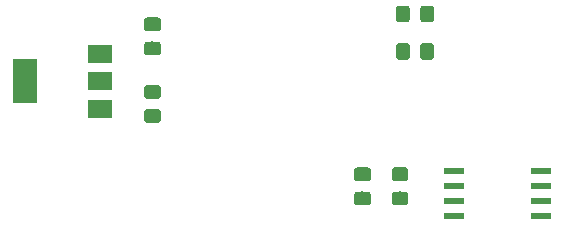
<source format=gbr>
G04 #@! TF.GenerationSoftware,KiCad,Pcbnew,(5.0.2)-1*
G04 #@! TF.CreationDate,2019-02-05T11:41:40+01:00*
G04 #@! TF.ProjectId,SensorPCB_V1.2,53656e73-6f72-4504-9342-5f56312e322e,rev?*
G04 #@! TF.SameCoordinates,Original*
G04 #@! TF.FileFunction,Paste,Top*
G04 #@! TF.FilePolarity,Positive*
%FSLAX46Y46*%
G04 Gerber Fmt 4.6, Leading zero omitted, Abs format (unit mm)*
G04 Created by KiCad (PCBNEW (5.0.2)-1) date 05/02/2019 11:41:40*
%MOMM*%
%LPD*%
G01*
G04 APERTURE LIST*
%ADD10C,0.100000*%
%ADD11C,1.150000*%
%ADD12R,1.750000X0.550000*%
%ADD13R,2.000000X3.800000*%
%ADD14R,2.000000X1.500000*%
G04 APERTURE END LIST*
D10*
G04 #@! TO.C,C2*
G36*
X27144505Y-31421204D02*
X27168773Y-31424804D01*
X27192572Y-31430765D01*
X27215671Y-31439030D01*
X27237850Y-31449520D01*
X27258893Y-31462132D01*
X27278599Y-31476747D01*
X27296777Y-31493223D01*
X27313253Y-31511401D01*
X27327868Y-31531107D01*
X27340480Y-31552150D01*
X27350970Y-31574329D01*
X27359235Y-31597428D01*
X27365196Y-31621227D01*
X27368796Y-31645495D01*
X27370000Y-31669999D01*
X27370000Y-32320001D01*
X27368796Y-32344505D01*
X27365196Y-32368773D01*
X27359235Y-32392572D01*
X27350970Y-32415671D01*
X27340480Y-32437850D01*
X27327868Y-32458893D01*
X27313253Y-32478599D01*
X27296777Y-32496777D01*
X27278599Y-32513253D01*
X27258893Y-32527868D01*
X27237850Y-32540480D01*
X27215671Y-32550970D01*
X27192572Y-32559235D01*
X27168773Y-32565196D01*
X27144505Y-32568796D01*
X27120001Y-32570000D01*
X26219999Y-32570000D01*
X26195495Y-32568796D01*
X26171227Y-32565196D01*
X26147428Y-32559235D01*
X26124329Y-32550970D01*
X26102150Y-32540480D01*
X26081107Y-32527868D01*
X26061401Y-32513253D01*
X26043223Y-32496777D01*
X26026747Y-32478599D01*
X26012132Y-32458893D01*
X25999520Y-32437850D01*
X25989030Y-32415671D01*
X25980765Y-32392572D01*
X25974804Y-32368773D01*
X25971204Y-32344505D01*
X25970000Y-32320001D01*
X25970000Y-31669999D01*
X25971204Y-31645495D01*
X25974804Y-31621227D01*
X25980765Y-31597428D01*
X25989030Y-31574329D01*
X25999520Y-31552150D01*
X26012132Y-31531107D01*
X26026747Y-31511401D01*
X26043223Y-31493223D01*
X26061401Y-31476747D01*
X26081107Y-31462132D01*
X26102150Y-31449520D01*
X26124329Y-31439030D01*
X26147428Y-31430765D01*
X26171227Y-31424804D01*
X26195495Y-31421204D01*
X26219999Y-31420000D01*
X27120001Y-31420000D01*
X27144505Y-31421204D01*
X27144505Y-31421204D01*
G37*
D11*
X26670000Y-31995000D03*
D10*
G36*
X27144505Y-33471204D02*
X27168773Y-33474804D01*
X27192572Y-33480765D01*
X27215671Y-33489030D01*
X27237850Y-33499520D01*
X27258893Y-33512132D01*
X27278599Y-33526747D01*
X27296777Y-33543223D01*
X27313253Y-33561401D01*
X27327868Y-33581107D01*
X27340480Y-33602150D01*
X27350970Y-33624329D01*
X27359235Y-33647428D01*
X27365196Y-33671227D01*
X27368796Y-33695495D01*
X27370000Y-33719999D01*
X27370000Y-34370001D01*
X27368796Y-34394505D01*
X27365196Y-34418773D01*
X27359235Y-34442572D01*
X27350970Y-34465671D01*
X27340480Y-34487850D01*
X27327868Y-34508893D01*
X27313253Y-34528599D01*
X27296777Y-34546777D01*
X27278599Y-34563253D01*
X27258893Y-34577868D01*
X27237850Y-34590480D01*
X27215671Y-34600970D01*
X27192572Y-34609235D01*
X27168773Y-34615196D01*
X27144505Y-34618796D01*
X27120001Y-34620000D01*
X26219999Y-34620000D01*
X26195495Y-34618796D01*
X26171227Y-34615196D01*
X26147428Y-34609235D01*
X26124329Y-34600970D01*
X26102150Y-34590480D01*
X26081107Y-34577868D01*
X26061401Y-34563253D01*
X26043223Y-34546777D01*
X26026747Y-34528599D01*
X26012132Y-34508893D01*
X25999520Y-34487850D01*
X25989030Y-34465671D01*
X25980765Y-34442572D01*
X25974804Y-34418773D01*
X25971204Y-34394505D01*
X25970000Y-34370001D01*
X25970000Y-33719999D01*
X25971204Y-33695495D01*
X25974804Y-33671227D01*
X25980765Y-33647428D01*
X25989030Y-33624329D01*
X25999520Y-33602150D01*
X26012132Y-33581107D01*
X26026747Y-33561401D01*
X26043223Y-33543223D01*
X26061401Y-33526747D01*
X26081107Y-33512132D01*
X26102150Y-33499520D01*
X26124329Y-33489030D01*
X26147428Y-33480765D01*
X26171227Y-33474804D01*
X26195495Y-33471204D01*
X26219999Y-33470000D01*
X27120001Y-33470000D01*
X27144505Y-33471204D01*
X27144505Y-33471204D01*
G37*
D11*
X26670000Y-34045000D03*
G04 #@! TD*
D12*
G04 #@! TO.C,U4*
X59580000Y-48260000D03*
X59580000Y-46990000D03*
X59580000Y-45720000D03*
X59580000Y-44450000D03*
X52180000Y-44450000D03*
X52180000Y-45720000D03*
X52180000Y-46990000D03*
X52180000Y-48260000D03*
G04 #@! TD*
D13*
G04 #@! TO.C,U3*
X15900000Y-36830000D03*
D14*
X22200000Y-36830000D03*
X22200000Y-34530000D03*
X22200000Y-39130000D03*
G04 #@! TD*
D10*
G04 #@! TO.C,R1*
G36*
X27144505Y-37136204D02*
X27168773Y-37139804D01*
X27192572Y-37145765D01*
X27215671Y-37154030D01*
X27237850Y-37164520D01*
X27258893Y-37177132D01*
X27278599Y-37191747D01*
X27296777Y-37208223D01*
X27313253Y-37226401D01*
X27327868Y-37246107D01*
X27340480Y-37267150D01*
X27350970Y-37289329D01*
X27359235Y-37312428D01*
X27365196Y-37336227D01*
X27368796Y-37360495D01*
X27370000Y-37384999D01*
X27370000Y-38035001D01*
X27368796Y-38059505D01*
X27365196Y-38083773D01*
X27359235Y-38107572D01*
X27350970Y-38130671D01*
X27340480Y-38152850D01*
X27327868Y-38173893D01*
X27313253Y-38193599D01*
X27296777Y-38211777D01*
X27278599Y-38228253D01*
X27258893Y-38242868D01*
X27237850Y-38255480D01*
X27215671Y-38265970D01*
X27192572Y-38274235D01*
X27168773Y-38280196D01*
X27144505Y-38283796D01*
X27120001Y-38285000D01*
X26219999Y-38285000D01*
X26195495Y-38283796D01*
X26171227Y-38280196D01*
X26147428Y-38274235D01*
X26124329Y-38265970D01*
X26102150Y-38255480D01*
X26081107Y-38242868D01*
X26061401Y-38228253D01*
X26043223Y-38211777D01*
X26026747Y-38193599D01*
X26012132Y-38173893D01*
X25999520Y-38152850D01*
X25989030Y-38130671D01*
X25980765Y-38107572D01*
X25974804Y-38083773D01*
X25971204Y-38059505D01*
X25970000Y-38035001D01*
X25970000Y-37384999D01*
X25971204Y-37360495D01*
X25974804Y-37336227D01*
X25980765Y-37312428D01*
X25989030Y-37289329D01*
X25999520Y-37267150D01*
X26012132Y-37246107D01*
X26026747Y-37226401D01*
X26043223Y-37208223D01*
X26061401Y-37191747D01*
X26081107Y-37177132D01*
X26102150Y-37164520D01*
X26124329Y-37154030D01*
X26147428Y-37145765D01*
X26171227Y-37139804D01*
X26195495Y-37136204D01*
X26219999Y-37135000D01*
X27120001Y-37135000D01*
X27144505Y-37136204D01*
X27144505Y-37136204D01*
G37*
D11*
X26670000Y-37710000D03*
D10*
G36*
X27144505Y-39186204D02*
X27168773Y-39189804D01*
X27192572Y-39195765D01*
X27215671Y-39204030D01*
X27237850Y-39214520D01*
X27258893Y-39227132D01*
X27278599Y-39241747D01*
X27296777Y-39258223D01*
X27313253Y-39276401D01*
X27327868Y-39296107D01*
X27340480Y-39317150D01*
X27350970Y-39339329D01*
X27359235Y-39362428D01*
X27365196Y-39386227D01*
X27368796Y-39410495D01*
X27370000Y-39434999D01*
X27370000Y-40085001D01*
X27368796Y-40109505D01*
X27365196Y-40133773D01*
X27359235Y-40157572D01*
X27350970Y-40180671D01*
X27340480Y-40202850D01*
X27327868Y-40223893D01*
X27313253Y-40243599D01*
X27296777Y-40261777D01*
X27278599Y-40278253D01*
X27258893Y-40292868D01*
X27237850Y-40305480D01*
X27215671Y-40315970D01*
X27192572Y-40324235D01*
X27168773Y-40330196D01*
X27144505Y-40333796D01*
X27120001Y-40335000D01*
X26219999Y-40335000D01*
X26195495Y-40333796D01*
X26171227Y-40330196D01*
X26147428Y-40324235D01*
X26124329Y-40315970D01*
X26102150Y-40305480D01*
X26081107Y-40292868D01*
X26061401Y-40278253D01*
X26043223Y-40261777D01*
X26026747Y-40243599D01*
X26012132Y-40223893D01*
X25999520Y-40202850D01*
X25989030Y-40180671D01*
X25980765Y-40157572D01*
X25974804Y-40133773D01*
X25971204Y-40109505D01*
X25970000Y-40085001D01*
X25970000Y-39434999D01*
X25971204Y-39410495D01*
X25974804Y-39386227D01*
X25980765Y-39362428D01*
X25989030Y-39339329D01*
X25999520Y-39317150D01*
X26012132Y-39296107D01*
X26026747Y-39276401D01*
X26043223Y-39258223D01*
X26061401Y-39241747D01*
X26081107Y-39227132D01*
X26102150Y-39214520D01*
X26124329Y-39204030D01*
X26147428Y-39195765D01*
X26171227Y-39189804D01*
X26195495Y-39186204D01*
X26219999Y-39185000D01*
X27120001Y-39185000D01*
X27144505Y-39186204D01*
X27144505Y-39186204D01*
G37*
D11*
X26670000Y-39760000D03*
G04 #@! TD*
D10*
G04 #@! TO.C,R2*
G36*
X48219505Y-33591204D02*
X48243773Y-33594804D01*
X48267572Y-33600765D01*
X48290671Y-33609030D01*
X48312850Y-33619520D01*
X48333893Y-33632132D01*
X48353599Y-33646747D01*
X48371777Y-33663223D01*
X48388253Y-33681401D01*
X48402868Y-33701107D01*
X48415480Y-33722150D01*
X48425970Y-33744329D01*
X48434235Y-33767428D01*
X48440196Y-33791227D01*
X48443796Y-33815495D01*
X48445000Y-33839999D01*
X48445000Y-34740001D01*
X48443796Y-34764505D01*
X48440196Y-34788773D01*
X48434235Y-34812572D01*
X48425970Y-34835671D01*
X48415480Y-34857850D01*
X48402868Y-34878893D01*
X48388253Y-34898599D01*
X48371777Y-34916777D01*
X48353599Y-34933253D01*
X48333893Y-34947868D01*
X48312850Y-34960480D01*
X48290671Y-34970970D01*
X48267572Y-34979235D01*
X48243773Y-34985196D01*
X48219505Y-34988796D01*
X48195001Y-34990000D01*
X47544999Y-34990000D01*
X47520495Y-34988796D01*
X47496227Y-34985196D01*
X47472428Y-34979235D01*
X47449329Y-34970970D01*
X47427150Y-34960480D01*
X47406107Y-34947868D01*
X47386401Y-34933253D01*
X47368223Y-34916777D01*
X47351747Y-34898599D01*
X47337132Y-34878893D01*
X47324520Y-34857850D01*
X47314030Y-34835671D01*
X47305765Y-34812572D01*
X47299804Y-34788773D01*
X47296204Y-34764505D01*
X47295000Y-34740001D01*
X47295000Y-33839999D01*
X47296204Y-33815495D01*
X47299804Y-33791227D01*
X47305765Y-33767428D01*
X47314030Y-33744329D01*
X47324520Y-33722150D01*
X47337132Y-33701107D01*
X47351747Y-33681401D01*
X47368223Y-33663223D01*
X47386401Y-33646747D01*
X47406107Y-33632132D01*
X47427150Y-33619520D01*
X47449329Y-33609030D01*
X47472428Y-33600765D01*
X47496227Y-33594804D01*
X47520495Y-33591204D01*
X47544999Y-33590000D01*
X48195001Y-33590000D01*
X48219505Y-33591204D01*
X48219505Y-33591204D01*
G37*
D11*
X47870000Y-34290000D03*
D10*
G36*
X50269505Y-33591204D02*
X50293773Y-33594804D01*
X50317572Y-33600765D01*
X50340671Y-33609030D01*
X50362850Y-33619520D01*
X50383893Y-33632132D01*
X50403599Y-33646747D01*
X50421777Y-33663223D01*
X50438253Y-33681401D01*
X50452868Y-33701107D01*
X50465480Y-33722150D01*
X50475970Y-33744329D01*
X50484235Y-33767428D01*
X50490196Y-33791227D01*
X50493796Y-33815495D01*
X50495000Y-33839999D01*
X50495000Y-34740001D01*
X50493796Y-34764505D01*
X50490196Y-34788773D01*
X50484235Y-34812572D01*
X50475970Y-34835671D01*
X50465480Y-34857850D01*
X50452868Y-34878893D01*
X50438253Y-34898599D01*
X50421777Y-34916777D01*
X50403599Y-34933253D01*
X50383893Y-34947868D01*
X50362850Y-34960480D01*
X50340671Y-34970970D01*
X50317572Y-34979235D01*
X50293773Y-34985196D01*
X50269505Y-34988796D01*
X50245001Y-34990000D01*
X49594999Y-34990000D01*
X49570495Y-34988796D01*
X49546227Y-34985196D01*
X49522428Y-34979235D01*
X49499329Y-34970970D01*
X49477150Y-34960480D01*
X49456107Y-34947868D01*
X49436401Y-34933253D01*
X49418223Y-34916777D01*
X49401747Y-34898599D01*
X49387132Y-34878893D01*
X49374520Y-34857850D01*
X49364030Y-34835671D01*
X49355765Y-34812572D01*
X49349804Y-34788773D01*
X49346204Y-34764505D01*
X49345000Y-34740001D01*
X49345000Y-33839999D01*
X49346204Y-33815495D01*
X49349804Y-33791227D01*
X49355765Y-33767428D01*
X49364030Y-33744329D01*
X49374520Y-33722150D01*
X49387132Y-33701107D01*
X49401747Y-33681401D01*
X49418223Y-33663223D01*
X49436401Y-33646747D01*
X49456107Y-33632132D01*
X49477150Y-33619520D01*
X49499329Y-33609030D01*
X49522428Y-33600765D01*
X49546227Y-33594804D01*
X49570495Y-33591204D01*
X49594999Y-33590000D01*
X50245001Y-33590000D01*
X50269505Y-33591204D01*
X50269505Y-33591204D01*
G37*
D11*
X49920000Y-34290000D03*
G04 #@! TD*
D10*
G04 #@! TO.C,R3*
G36*
X50269505Y-30416204D02*
X50293773Y-30419804D01*
X50317572Y-30425765D01*
X50340671Y-30434030D01*
X50362850Y-30444520D01*
X50383893Y-30457132D01*
X50403599Y-30471747D01*
X50421777Y-30488223D01*
X50438253Y-30506401D01*
X50452868Y-30526107D01*
X50465480Y-30547150D01*
X50475970Y-30569329D01*
X50484235Y-30592428D01*
X50490196Y-30616227D01*
X50493796Y-30640495D01*
X50495000Y-30664999D01*
X50495000Y-31565001D01*
X50493796Y-31589505D01*
X50490196Y-31613773D01*
X50484235Y-31637572D01*
X50475970Y-31660671D01*
X50465480Y-31682850D01*
X50452868Y-31703893D01*
X50438253Y-31723599D01*
X50421777Y-31741777D01*
X50403599Y-31758253D01*
X50383893Y-31772868D01*
X50362850Y-31785480D01*
X50340671Y-31795970D01*
X50317572Y-31804235D01*
X50293773Y-31810196D01*
X50269505Y-31813796D01*
X50245001Y-31815000D01*
X49594999Y-31815000D01*
X49570495Y-31813796D01*
X49546227Y-31810196D01*
X49522428Y-31804235D01*
X49499329Y-31795970D01*
X49477150Y-31785480D01*
X49456107Y-31772868D01*
X49436401Y-31758253D01*
X49418223Y-31741777D01*
X49401747Y-31723599D01*
X49387132Y-31703893D01*
X49374520Y-31682850D01*
X49364030Y-31660671D01*
X49355765Y-31637572D01*
X49349804Y-31613773D01*
X49346204Y-31589505D01*
X49345000Y-31565001D01*
X49345000Y-30664999D01*
X49346204Y-30640495D01*
X49349804Y-30616227D01*
X49355765Y-30592428D01*
X49364030Y-30569329D01*
X49374520Y-30547150D01*
X49387132Y-30526107D01*
X49401747Y-30506401D01*
X49418223Y-30488223D01*
X49436401Y-30471747D01*
X49456107Y-30457132D01*
X49477150Y-30444520D01*
X49499329Y-30434030D01*
X49522428Y-30425765D01*
X49546227Y-30419804D01*
X49570495Y-30416204D01*
X49594999Y-30415000D01*
X50245001Y-30415000D01*
X50269505Y-30416204D01*
X50269505Y-30416204D01*
G37*
D11*
X49920000Y-31115000D03*
D10*
G36*
X48219505Y-30416204D02*
X48243773Y-30419804D01*
X48267572Y-30425765D01*
X48290671Y-30434030D01*
X48312850Y-30444520D01*
X48333893Y-30457132D01*
X48353599Y-30471747D01*
X48371777Y-30488223D01*
X48388253Y-30506401D01*
X48402868Y-30526107D01*
X48415480Y-30547150D01*
X48425970Y-30569329D01*
X48434235Y-30592428D01*
X48440196Y-30616227D01*
X48443796Y-30640495D01*
X48445000Y-30664999D01*
X48445000Y-31565001D01*
X48443796Y-31589505D01*
X48440196Y-31613773D01*
X48434235Y-31637572D01*
X48425970Y-31660671D01*
X48415480Y-31682850D01*
X48402868Y-31703893D01*
X48388253Y-31723599D01*
X48371777Y-31741777D01*
X48353599Y-31758253D01*
X48333893Y-31772868D01*
X48312850Y-31785480D01*
X48290671Y-31795970D01*
X48267572Y-31804235D01*
X48243773Y-31810196D01*
X48219505Y-31813796D01*
X48195001Y-31815000D01*
X47544999Y-31815000D01*
X47520495Y-31813796D01*
X47496227Y-31810196D01*
X47472428Y-31804235D01*
X47449329Y-31795970D01*
X47427150Y-31785480D01*
X47406107Y-31772868D01*
X47386401Y-31758253D01*
X47368223Y-31741777D01*
X47351747Y-31723599D01*
X47337132Y-31703893D01*
X47324520Y-31682850D01*
X47314030Y-31660671D01*
X47305765Y-31637572D01*
X47299804Y-31613773D01*
X47296204Y-31589505D01*
X47295000Y-31565001D01*
X47295000Y-30664999D01*
X47296204Y-30640495D01*
X47299804Y-30616227D01*
X47305765Y-30592428D01*
X47314030Y-30569329D01*
X47324520Y-30547150D01*
X47337132Y-30526107D01*
X47351747Y-30506401D01*
X47368223Y-30488223D01*
X47386401Y-30471747D01*
X47406107Y-30457132D01*
X47427150Y-30444520D01*
X47449329Y-30434030D01*
X47472428Y-30425765D01*
X47496227Y-30419804D01*
X47520495Y-30416204D01*
X47544999Y-30415000D01*
X48195001Y-30415000D01*
X48219505Y-30416204D01*
X48219505Y-30416204D01*
G37*
D11*
X47870000Y-31115000D03*
G04 #@! TD*
D10*
G04 #@! TO.C,R4*
G36*
X44924505Y-46171204D02*
X44948773Y-46174804D01*
X44972572Y-46180765D01*
X44995671Y-46189030D01*
X45017850Y-46199520D01*
X45038893Y-46212132D01*
X45058599Y-46226747D01*
X45076777Y-46243223D01*
X45093253Y-46261401D01*
X45107868Y-46281107D01*
X45120480Y-46302150D01*
X45130970Y-46324329D01*
X45139235Y-46347428D01*
X45145196Y-46371227D01*
X45148796Y-46395495D01*
X45150000Y-46419999D01*
X45150000Y-47070001D01*
X45148796Y-47094505D01*
X45145196Y-47118773D01*
X45139235Y-47142572D01*
X45130970Y-47165671D01*
X45120480Y-47187850D01*
X45107868Y-47208893D01*
X45093253Y-47228599D01*
X45076777Y-47246777D01*
X45058599Y-47263253D01*
X45038893Y-47277868D01*
X45017850Y-47290480D01*
X44995671Y-47300970D01*
X44972572Y-47309235D01*
X44948773Y-47315196D01*
X44924505Y-47318796D01*
X44900001Y-47320000D01*
X43999999Y-47320000D01*
X43975495Y-47318796D01*
X43951227Y-47315196D01*
X43927428Y-47309235D01*
X43904329Y-47300970D01*
X43882150Y-47290480D01*
X43861107Y-47277868D01*
X43841401Y-47263253D01*
X43823223Y-47246777D01*
X43806747Y-47228599D01*
X43792132Y-47208893D01*
X43779520Y-47187850D01*
X43769030Y-47165671D01*
X43760765Y-47142572D01*
X43754804Y-47118773D01*
X43751204Y-47094505D01*
X43750000Y-47070001D01*
X43750000Y-46419999D01*
X43751204Y-46395495D01*
X43754804Y-46371227D01*
X43760765Y-46347428D01*
X43769030Y-46324329D01*
X43779520Y-46302150D01*
X43792132Y-46281107D01*
X43806747Y-46261401D01*
X43823223Y-46243223D01*
X43841401Y-46226747D01*
X43861107Y-46212132D01*
X43882150Y-46199520D01*
X43904329Y-46189030D01*
X43927428Y-46180765D01*
X43951227Y-46174804D01*
X43975495Y-46171204D01*
X43999999Y-46170000D01*
X44900001Y-46170000D01*
X44924505Y-46171204D01*
X44924505Y-46171204D01*
G37*
D11*
X44450000Y-46745000D03*
D10*
G36*
X44924505Y-44121204D02*
X44948773Y-44124804D01*
X44972572Y-44130765D01*
X44995671Y-44139030D01*
X45017850Y-44149520D01*
X45038893Y-44162132D01*
X45058599Y-44176747D01*
X45076777Y-44193223D01*
X45093253Y-44211401D01*
X45107868Y-44231107D01*
X45120480Y-44252150D01*
X45130970Y-44274329D01*
X45139235Y-44297428D01*
X45145196Y-44321227D01*
X45148796Y-44345495D01*
X45150000Y-44369999D01*
X45150000Y-45020001D01*
X45148796Y-45044505D01*
X45145196Y-45068773D01*
X45139235Y-45092572D01*
X45130970Y-45115671D01*
X45120480Y-45137850D01*
X45107868Y-45158893D01*
X45093253Y-45178599D01*
X45076777Y-45196777D01*
X45058599Y-45213253D01*
X45038893Y-45227868D01*
X45017850Y-45240480D01*
X44995671Y-45250970D01*
X44972572Y-45259235D01*
X44948773Y-45265196D01*
X44924505Y-45268796D01*
X44900001Y-45270000D01*
X43999999Y-45270000D01*
X43975495Y-45268796D01*
X43951227Y-45265196D01*
X43927428Y-45259235D01*
X43904329Y-45250970D01*
X43882150Y-45240480D01*
X43861107Y-45227868D01*
X43841401Y-45213253D01*
X43823223Y-45196777D01*
X43806747Y-45178599D01*
X43792132Y-45158893D01*
X43779520Y-45137850D01*
X43769030Y-45115671D01*
X43760765Y-45092572D01*
X43754804Y-45068773D01*
X43751204Y-45044505D01*
X43750000Y-45020001D01*
X43750000Y-44369999D01*
X43751204Y-44345495D01*
X43754804Y-44321227D01*
X43760765Y-44297428D01*
X43769030Y-44274329D01*
X43779520Y-44252150D01*
X43792132Y-44231107D01*
X43806747Y-44211401D01*
X43823223Y-44193223D01*
X43841401Y-44176747D01*
X43861107Y-44162132D01*
X43882150Y-44149520D01*
X43904329Y-44139030D01*
X43927428Y-44130765D01*
X43951227Y-44124804D01*
X43975495Y-44121204D01*
X43999999Y-44120000D01*
X44900001Y-44120000D01*
X44924505Y-44121204D01*
X44924505Y-44121204D01*
G37*
D11*
X44450000Y-44695000D03*
G04 #@! TD*
D10*
G04 #@! TO.C,R5*
G36*
X48099505Y-44121204D02*
X48123773Y-44124804D01*
X48147572Y-44130765D01*
X48170671Y-44139030D01*
X48192850Y-44149520D01*
X48213893Y-44162132D01*
X48233599Y-44176747D01*
X48251777Y-44193223D01*
X48268253Y-44211401D01*
X48282868Y-44231107D01*
X48295480Y-44252150D01*
X48305970Y-44274329D01*
X48314235Y-44297428D01*
X48320196Y-44321227D01*
X48323796Y-44345495D01*
X48325000Y-44369999D01*
X48325000Y-45020001D01*
X48323796Y-45044505D01*
X48320196Y-45068773D01*
X48314235Y-45092572D01*
X48305970Y-45115671D01*
X48295480Y-45137850D01*
X48282868Y-45158893D01*
X48268253Y-45178599D01*
X48251777Y-45196777D01*
X48233599Y-45213253D01*
X48213893Y-45227868D01*
X48192850Y-45240480D01*
X48170671Y-45250970D01*
X48147572Y-45259235D01*
X48123773Y-45265196D01*
X48099505Y-45268796D01*
X48075001Y-45270000D01*
X47174999Y-45270000D01*
X47150495Y-45268796D01*
X47126227Y-45265196D01*
X47102428Y-45259235D01*
X47079329Y-45250970D01*
X47057150Y-45240480D01*
X47036107Y-45227868D01*
X47016401Y-45213253D01*
X46998223Y-45196777D01*
X46981747Y-45178599D01*
X46967132Y-45158893D01*
X46954520Y-45137850D01*
X46944030Y-45115671D01*
X46935765Y-45092572D01*
X46929804Y-45068773D01*
X46926204Y-45044505D01*
X46925000Y-45020001D01*
X46925000Y-44369999D01*
X46926204Y-44345495D01*
X46929804Y-44321227D01*
X46935765Y-44297428D01*
X46944030Y-44274329D01*
X46954520Y-44252150D01*
X46967132Y-44231107D01*
X46981747Y-44211401D01*
X46998223Y-44193223D01*
X47016401Y-44176747D01*
X47036107Y-44162132D01*
X47057150Y-44149520D01*
X47079329Y-44139030D01*
X47102428Y-44130765D01*
X47126227Y-44124804D01*
X47150495Y-44121204D01*
X47174999Y-44120000D01*
X48075001Y-44120000D01*
X48099505Y-44121204D01*
X48099505Y-44121204D01*
G37*
D11*
X47625000Y-44695000D03*
D10*
G36*
X48099505Y-46171204D02*
X48123773Y-46174804D01*
X48147572Y-46180765D01*
X48170671Y-46189030D01*
X48192850Y-46199520D01*
X48213893Y-46212132D01*
X48233599Y-46226747D01*
X48251777Y-46243223D01*
X48268253Y-46261401D01*
X48282868Y-46281107D01*
X48295480Y-46302150D01*
X48305970Y-46324329D01*
X48314235Y-46347428D01*
X48320196Y-46371227D01*
X48323796Y-46395495D01*
X48325000Y-46419999D01*
X48325000Y-47070001D01*
X48323796Y-47094505D01*
X48320196Y-47118773D01*
X48314235Y-47142572D01*
X48305970Y-47165671D01*
X48295480Y-47187850D01*
X48282868Y-47208893D01*
X48268253Y-47228599D01*
X48251777Y-47246777D01*
X48233599Y-47263253D01*
X48213893Y-47277868D01*
X48192850Y-47290480D01*
X48170671Y-47300970D01*
X48147572Y-47309235D01*
X48123773Y-47315196D01*
X48099505Y-47318796D01*
X48075001Y-47320000D01*
X47174999Y-47320000D01*
X47150495Y-47318796D01*
X47126227Y-47315196D01*
X47102428Y-47309235D01*
X47079329Y-47300970D01*
X47057150Y-47290480D01*
X47036107Y-47277868D01*
X47016401Y-47263253D01*
X46998223Y-47246777D01*
X46981747Y-47228599D01*
X46967132Y-47208893D01*
X46954520Y-47187850D01*
X46944030Y-47165671D01*
X46935765Y-47142572D01*
X46929804Y-47118773D01*
X46926204Y-47094505D01*
X46925000Y-47070001D01*
X46925000Y-46419999D01*
X46926204Y-46395495D01*
X46929804Y-46371227D01*
X46935765Y-46347428D01*
X46944030Y-46324329D01*
X46954520Y-46302150D01*
X46967132Y-46281107D01*
X46981747Y-46261401D01*
X46998223Y-46243223D01*
X47016401Y-46226747D01*
X47036107Y-46212132D01*
X47057150Y-46199520D01*
X47079329Y-46189030D01*
X47102428Y-46180765D01*
X47126227Y-46174804D01*
X47150495Y-46171204D01*
X47174999Y-46170000D01*
X48075001Y-46170000D01*
X48099505Y-46171204D01*
X48099505Y-46171204D01*
G37*
D11*
X47625000Y-46745000D03*
G04 #@! TD*
M02*

</source>
